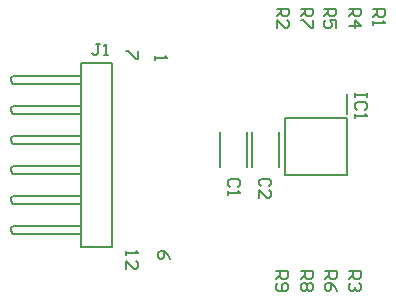
<source format=gto>
G04*
G04 #@! TF.GenerationSoftware,Altium Limited,Altium Designer,23.4.1 (23)*
G04*
G04 Layer_Color=65535*
%FSLAX25Y25*%
%MOIN*%
G70*
G04*
G04 #@! TF.SameCoordinates,985B102E-A1E5-4F21-A819-21D10D55B489*
G04*
G04*
G04 #@! TF.FilePolarity,Positive*
G04*
G01*
G75*
%ADD10C,0.00787*%
%ADD11C,0.00600*%
D10*
X78626Y370028D02*
Y370972D01*
Y350028D02*
Y350972D01*
Y360028D02*
Y360972D01*
Y340028D02*
Y340972D01*
Y370972D02*
X79413Y371760D01*
X78626Y370028D02*
X79413Y369240D01*
X78626Y360972D02*
X79413Y361760D01*
X78626Y360028D02*
X79413Y359240D01*
X78626Y350972D02*
X79413Y351760D01*
X78626Y350028D02*
X79413Y349240D01*
X78626Y340972D02*
X79413Y341760D01*
X78626Y340028D02*
X79413Y339240D01*
Y371760D02*
X101953D01*
X79413Y369240D02*
X101953D01*
X79413Y361760D02*
X101953D01*
X79413Y359240D02*
X101953D01*
X79413Y351760D02*
X101953D01*
X79413Y349240D02*
X101953D01*
X79413Y341760D02*
X101953D01*
Y314909D02*
Y376091D01*
X112543D01*
Y314909D02*
Y376091D01*
X78626Y330028D02*
Y330972D01*
Y320028D02*
Y320972D01*
Y330972D02*
X79413Y331760D01*
X78626Y330028D02*
X79413Y329240D01*
X78626Y320972D02*
X79413Y321760D01*
X78626Y320028D02*
X79413Y319240D01*
Y339240D02*
X101953D01*
X79413Y331760D02*
X101953D01*
X79413Y329240D02*
X101953D01*
X79413Y321760D02*
X101953D01*
X79413Y319240D02*
X101953D01*
Y314909D02*
X112543D01*
X190894Y338780D02*
Y357874D01*
X170106Y338780D02*
X190894D01*
X170106D02*
Y357874D01*
X190894D01*
X190657Y359252D02*
Y365748D01*
X167941Y341587D02*
Y353068D01*
X159059Y341587D02*
Y353068D01*
X157441Y341587D02*
Y353068D01*
X148559Y341587D02*
Y353068D01*
X191532Y306780D02*
X195468D01*
Y304812D01*
X194812Y304156D01*
X193500D01*
X192844Y304812D01*
Y306780D01*
Y305468D02*
X191532Y304156D01*
X194812Y302844D02*
X195468Y302188D01*
Y300876D01*
X194812Y300220D01*
X194156D01*
X193500Y300876D01*
Y301532D01*
Y300876D01*
X192844Y300220D01*
X192188D01*
X191532Y300876D01*
Y302188D01*
X192188Y302844D01*
X167532Y394280D02*
X171468D01*
Y392312D01*
X170812Y391656D01*
X169500D01*
X168844Y392312D01*
Y394280D01*
Y392968D02*
X167532Y391656D01*
Y387720D02*
Y390344D01*
X170156Y387720D01*
X170812D01*
X171468Y388376D01*
Y389688D01*
X170812Y390344D01*
X108500Y382568D02*
X107188D01*
X107844D01*
Y379288D01*
X107188Y378632D01*
X106532D01*
X105876Y379288D01*
X109812Y378632D02*
X111124D01*
X110468D01*
Y382568D01*
X109812Y381912D01*
X183032Y394280D02*
X186968D01*
Y392312D01*
X186312Y391656D01*
X185000D01*
X184344Y392312D01*
Y394280D01*
Y392968D02*
X183032Y391656D01*
X186968Y387720D02*
Y390344D01*
X185000D01*
X185656Y389032D01*
Y388376D01*
X185000Y387720D01*
X183688D01*
X183032Y388376D01*
Y389688D01*
X183688Y390344D01*
X175532Y394280D02*
X179468D01*
Y392312D01*
X178812Y391656D01*
X177500D01*
X176844Y392312D01*
Y394280D01*
Y392968D02*
X175532Y391656D01*
X179468Y390344D02*
Y387720D01*
X178812D01*
X176188Y390344D01*
X175532D01*
X167032Y306780D02*
X170968D01*
Y304812D01*
X170312Y304156D01*
X169000D01*
X168344Y304812D01*
Y306780D01*
Y305468D02*
X167032Y304156D01*
X167688Y302844D02*
X167032Y302188D01*
Y300876D01*
X167688Y300220D01*
X170312D01*
X170968Y300876D01*
Y302188D01*
X170312Y302844D01*
X169656D01*
X169000Y302188D01*
Y300220D01*
X183532Y306780D02*
X187468D01*
Y304812D01*
X186812Y304156D01*
X185500D01*
X184844Y304812D01*
Y306780D01*
Y305468D02*
X183532Y304156D01*
X187468Y300220D02*
X186812Y301532D01*
X185500Y302844D01*
X184188D01*
X183532Y302188D01*
Y300876D01*
X184188Y300220D01*
X184844D01*
X185500Y300876D01*
Y302844D01*
X191532Y394280D02*
X195468D01*
Y392312D01*
X194812Y391656D01*
X193500D01*
X192844Y392312D01*
Y394280D01*
Y392968D02*
X191532Y391656D01*
Y388376D02*
X195468D01*
X193500Y390344D01*
Y387720D01*
X175532Y306780D02*
X179468D01*
Y304812D01*
X178812Y304156D01*
X177500D01*
X176844Y304812D01*
Y306780D01*
Y305468D02*
X175532Y304156D01*
X178812Y302844D02*
X179468Y302188D01*
Y300876D01*
X178812Y300220D01*
X178156D01*
X177500Y300876D01*
X176844Y300220D01*
X176188D01*
X175532Y300876D01*
Y302188D01*
X176188Y302844D01*
X176844D01*
X177500Y302188D01*
X178156Y302844D01*
X178812D01*
X177500Y302188D02*
Y300876D01*
X199532Y394124D02*
X203468D01*
Y392156D01*
X202812Y391500D01*
X201500D01*
X200844Y392156D01*
Y394124D01*
Y392812D02*
X199532Y391500D01*
Y390188D02*
Y388876D01*
Y389532D01*
X203468D01*
X202812Y390188D01*
X197468Y366264D02*
Y364952D01*
Y365608D01*
X193532D01*
Y366264D01*
Y364952D01*
X196812Y360360D02*
X197468Y361016D01*
Y362328D01*
X196812Y362984D01*
X194188D01*
X193532Y362328D01*
Y361016D01*
X194188Y360360D01*
X193532Y359048D02*
Y357736D01*
Y358392D01*
X197468D01*
X196812Y359048D01*
X154312Y334828D02*
X154968Y335484D01*
Y336795D01*
X154312Y337451D01*
X151688D01*
X151032Y336795D01*
Y335484D01*
X151688Y334828D01*
X151032Y333516D02*
Y332204D01*
Y332860D01*
X154968D01*
X154312Y333516D01*
X164812Y334984D02*
X165468Y335640D01*
Y336951D01*
X164812Y337607D01*
X162188D01*
X161532Y336951D01*
Y335640D01*
X162188Y334984D01*
X161532Y331048D02*
Y333672D01*
X164156Y331048D01*
X164812D01*
X165468Y331704D01*
Y333016D01*
X164812Y333672D01*
D11*
X131747Y310834D02*
X131080Y312167D01*
X129747Y313500D01*
X128414D01*
X127748Y312834D01*
Y311501D01*
X128414Y310834D01*
X129081D01*
X129747Y311501D01*
Y313500D01*
X117248D02*
Y312167D01*
Y312834D01*
X121247D01*
X120580Y313500D01*
X117248Y307502D02*
Y310168D01*
X119914Y307502D01*
X120580D01*
X121247Y308168D01*
Y309501D01*
X120580Y310168D01*
X121247Y380000D02*
Y377334D01*
X120580D01*
X117914Y380000D01*
X117248D01*
X126748Y378500D02*
Y377167D01*
Y377834D01*
X130747D01*
X130080Y378500D01*
M02*

</source>
